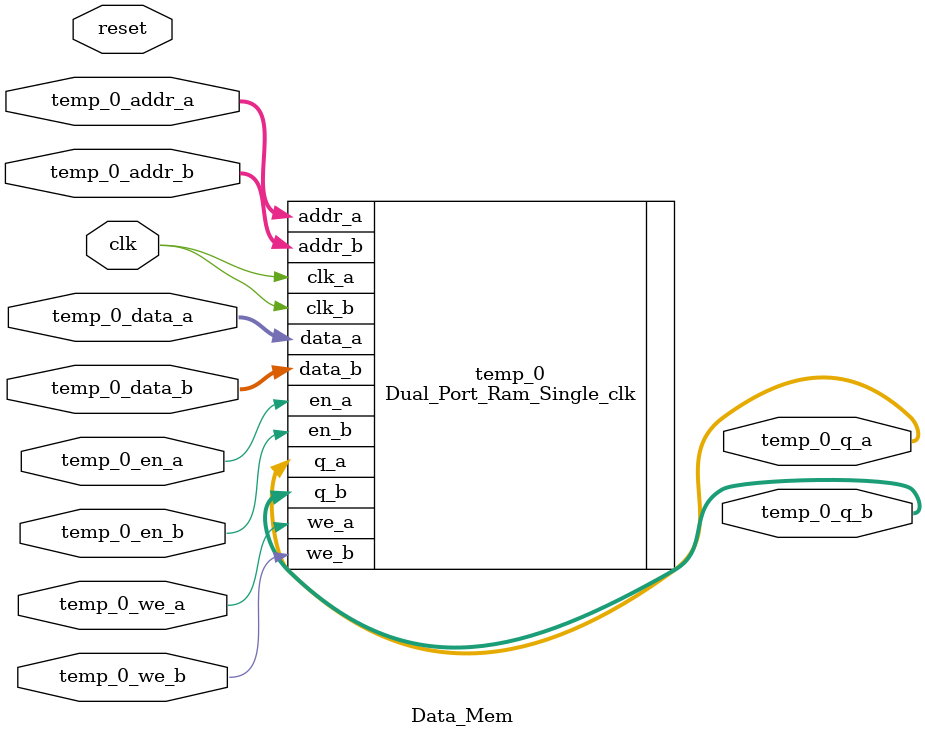
<source format=v>
module Data_Mem
#(  parameter DLEN = 23, L_DLEN = 64, TA_HLEN = 12, T_HLEN = 10, L_HLEN = 4)
(
    input clk,
    input reset,

    // /*---temp_A---*/
    // input   [DLEN-1:0]      temp_A_data_a,
    // input   [DLEN-1:0]      temp_A_data_b,
    // input   [TA_HLEN - 1:0] temp_A_addr_a,
    // input   [TA_HLEN - 1:0] temp_A_addr_b,
    // input                   temp_A_en_a,
    // input                   temp_A_en_b,
    // input                   temp_A_we_a,
    // input                   temp_A_we_b,
    // output  [DLEN-1:0]      temp_A_q_a,
    // output  [DLEN-1:0]      temp_A_q_b, 

    /*---temp_0---*/
    input   [DLEN-1:0]      temp_0_data_a,
    input   [DLEN-1:0]      temp_0_data_b,
    input   [T_HLEN - 1:0]  temp_0_addr_a,
    input   [T_HLEN - 1:0]  temp_0_addr_b,
    input                   temp_0_en_a,
    input                   temp_0_en_b,
    input                   temp_0_we_a,
    input                   temp_0_we_b,
    output  [DLEN-1:0]      temp_0_q_a,
    output  [DLEN-1:0]      temp_0_q_b

    // /*---temp_1---*/
    // input   [DLEN-1:0]      temp_1_data_a,
    // input   [DLEN-1:0]      temp_1_data_b,
    // input   [T_HLEN - 1:0]  temp_1_addr_a,
    // input   [T_HLEN - 1:0]  temp_1_addr_b,
    // input                   temp_1_en_a,
    // input                   temp_1_en_b,
    // input                   temp_1_we_a,
    // input                   temp_1_we_b,
    // output  [DLEN-1:0]      temp_1_q_a,
    // output  [DLEN-1:0]      temp_1_q_b,

    // /*---temp_2---*/
    // input   [DLEN-1:0]      temp_2_data_a,
    // input   [DLEN-1:0]      temp_2_data_b,
    // input   [T_HLEN - 1:0]  temp_2_addr_a,
    // input   [T_HLEN - 1:0]  temp_2_addr_b,
    // input                   temp_2_en_a,
    // input                   temp_2_en_b,
    // input                   temp_2_we_a,
    // input                   temp_2_we_b,
    // output  [DLEN-1:0]      temp_2_q_a,
    // output  [DLEN-1:0]      temp_2_q_b,

    // /*---temp_3---*/
    // input   [DLEN-1:0]      temp_3_data_a,
    // input   [DLEN-1:0]      temp_3_data_b,
    // input   [T_HLEN - 1:0]  temp_3_addr_a,
    // input   [T_HLEN - 1:0]  temp_3_addr_b,
    // input                   temp_3_en_a,
    // input                   temp_3_en_b,
    // input                   temp_3_we_a,
    // input                   temp_3_we_b,
    // output  [DLEN-1:0]      temp_3_q_a,
    // output  [DLEN-1:0]      temp_3_q_b,

    // /*---temp_4---*/
    // input   [DLEN-1:0]      temp_4_data_a,
    // input   [DLEN-1:0]      temp_4_data_b,
    // input   [T_HLEN - 1:0]  temp_4_addr_a,
    // input   [T_HLEN - 1:0]  temp_4_addr_b,
    // input                   temp_4_en_a,
    // input                   temp_4_en_b,
    // input                   temp_4_we_a,
    // input                   temp_4_we_b,
    // output  [DLEN-1:0]      temp_4_q_a,
    // output  [DLEN-1:0]      temp_4_q_b,

    // /*---temp_5---*/
    // input   [DLEN-1:0]      temp_5_data_a,
    // input   [DLEN-1:0]      temp_5_data_b,
    // input   [T_HLEN - 1:0]  temp_5_addr_a,
    // input   [T_HLEN - 1:0]  temp_5_addr_b,
    // input                   temp_5_en_a,
    // input                   temp_5_en_b,
    // input                   temp_5_we_a,
    // input                   temp_5_we_b,
    // output  [DLEN-1:0]      temp_5_q_a,
    // output  [DLEN-1:0]      temp_5_q_b,

    // /*---temp_6---*/
    // input   [DLEN-1:0]      temp_6_data_a,
    // input   [DLEN-1:0]      temp_6_data_b,
    // input   [T_HLEN - 1:0]  temp_6_addr_a,
    // input   [T_HLEN - 1:0]  temp_6_addr_b,
    // input                   temp_6_en_a,
    // input                   temp_6_en_b,
    // input                   temp_6_we_a,
    // input                   temp_6_we_b,
    // output  [DLEN-1:0]      temp_6_q_a,
    // output  [DLEN-1:0]      temp_6_q_b,

    // /*---temp_7---*/
    // input   [DLEN-1:0]      temp_7_data_a,
    // input   [DLEN-1:0]      temp_7_data_b,
    // input   [T_HLEN - 1:0]  temp_7_addr_a,
    // input   [T_HLEN - 1:0]  temp_7_addr_b,
    // input                   temp_7_en_a,
    // input                   temp_7_en_b,
    // input                   temp_7_we_a,
    // input                   temp_7_we_b,
    // output  [DLEN-1:0]      temp_7_q_a,
    // output  [DLEN-1:0]      temp_7_q_b,

    // /*---temp_8---*/
    // input   [DLEN-1:0]      temp_8_data_a,
    // input   [DLEN-1:0]      temp_8_data_b,
    // input   [T_HLEN - 1:0]  temp_8_addr_a,
    // input   [T_HLEN - 1:0]  temp_8_addr_b,
    // input                   temp_8_en_a,
    // input                   temp_8_en_b,
    // input                   temp_8_we_a,
    // input                   temp_8_we_b,
    // output  [DLEN-1:0]      temp_8_q_a,
    // output  [DLEN-1:0]      temp_8_q_b,

    // /*---temp_9---*/
    // input   [DLEN-1:0]      temp_9_data_a,
    // input   [DLEN-1:0]      temp_9_data_b,
    // input   [T_HLEN - 1:0]  temp_9_addr_a,
    // input   [T_HLEN - 1:0]  temp_9_addr_b,
    // input                   temp_9_en_a,
    // input                   temp_9_en_b,
    // input                   temp_9_we_a,
    // input                   temp_9_we_b,
    // output  [DLEN-1:0]      temp_9_q_a,
    // output  [DLEN-1:0]      temp_9_q_b, 

    // /*---temp_L---*/
    // input   [L_DLEN-1:0]    temp_L_data_a,
    // input   [L_DLEN-1:0]    temp_L_data_b,
    // input   [L_HLEN-1:0]    temp_L_addr_a,
    // input   [L_HLEN-1:0]    temp_L_addr_b,
    // input                   temp_L_en_a,
    // input                   temp_L_en_b,
    // input                   temp_L_we_a,
    // input                   temp_L_we_b,
    // output  [L_DLEN-1:0]    temp_L_q_a,
    // output  [L_DLEN-1:0]    temp_L_q_b,

    // /*---temp_seed---*/
    // input   [L_DLEN-1:0]    temp_seed_data_a,
    // input   [L_DLEN-1:0]    temp_seed_data_b,
    // input   [L_HLEN-1:0]    temp_seed_addr_a,
    // input   [L_HLEN-1:0]    temp_seed_addr_b,
    // input                   temp_seed_en_a,
    // input                   temp_seed_en_b,
    // input                   temp_seed_we_a,
    // input                   temp_seed_we_b,
    // output  [L_DLEN-1:0]    temp_seed_q_a,
    // output  [L_DLEN-1:0]    temp_seed_q_b
    );

    // /*---temp_A---*/
    // Dual_Port_Ram_Single_clk #(.DLEN(DLEN), .HLEN(TA_HLEN)) temp_A(
    //     .clka(clk),
    //     .clkb(clk),
    //     .dina(temp_A_data_a),
    //     .dinb(temp_A_data_b),
    //     .addra(temp_A_addr_a),
    //     .addrb(temp_A_addr_b),
    //     .ena(temp_A_en_a),
    //     .enb(temp_A_en_b),
    //     .wea(temp_A_we_a),
    //     .web(temp_A_we_b),
    //     .douta(temp_A_q_a),
    //     .doutb(temp_A_q_b)
    // );

    /*---temp_0---*/
    Dual_Port_Ram_Single_clk #(.DLEN(DLEN), .HLEN(T_HLEN)) temp_0(
        .clk_a(clk),
        .clk_b(clk),
        .data_a(temp_0_data_a),
        .data_b(temp_0_data_b),
        .addr_a(temp_0_addr_a),
        .addr_b(temp_0_addr_b),
        .en_a(temp_0_en_a),
        .en_b(temp_0_en_b),
        .we_a(temp_0_we_a),
        .we_b(temp_0_we_b),
        .q_a(temp_0_q_a),
        .q_b(temp_0_q_b)
    );
    // Ture_Dual_Port_RAM_23x1024 temp_0(
    //     .clka(clk),
    //     .clkb(clk),
    //     .dina(temp_0_data_a),
    //     .dinb(temp_0_data_b),
    //     .addra(temp_0_addr_a),
    //     .addrb(temp_0_addr_b),
    //     .ena(temp_0_en_a),
    //     .enb(temp_0_en_b),
    //     .wea(temp_0_we_a),
    //     .web(temp_0_we_b),
    //     .douta(temp_0_q_a),
    //     .doutb(temp_0_q_b)
    // );

    // clka : IN STD_LOGIC;
    // ena : IN STD_LOGIC;
    // wea : IN STD_LOGIC_VECTOR(0 DOWNTO 0);
    // addra : IN STD_LOGIC_VECTOR(9 DOWNTO 0);
    // dina : IN STD_LOGIC_VECTOR(22 DOWNTO 0);
    // douta : OUT STD_LOGIC_VECTOR(22 DOWNTO 0);
    // clkb : IN STD_LOGIC;
    // enb : IN STD_LOGIC;
    // web : IN STD_LOGIC_VECTOR(0 DOWNTO 0);
    // addrb : IN STD_LOGIC_VECTOR(9 DOWNTO 0);
    // dinb : IN STD_LOGIC_VECTOR(22 DOWNTO 0);
    // doutb : OUT STD_LOGIC_VECTOR(22 DOWNTO 0)
    // /*---temp_1---*/
    // Dual_Port_Ram_Single_clk #(.DLEN(DLEN), .HLEN(T_HLEN)) temp_1(
    //     .clka(clk),
    //     .clkb(clk),
    //     .dina(temp_1_data_a),
    //     .dinb(temp_1_data_b),
    //     .addra(temp_1_addr_a),
    //     .addrb(temp_1_addr_b),
    //     .ena(temp_1_en_a),
    //     .enb(temp_1_en_b),
    //     .wea(temp_1_we_a),
    //     .web(temp_1_we_b),
    //     .douta(temp_1_q_a),
    //     .doutb(temp_1_q_b)
    // );

    // /*---temp_2---*/
    // Dual_Port_Ram_Single_clk #(.DLEN(DLEN), .HLEN(T_HLEN)) temp_2(
    //     .clka(clk),
    //     .clkb(clk),
    //     .dina(temp_2_data_a),
    //     .dinb(temp_2_data_b),
    //     .addra(temp_2_addr_a),
    //     .addrb(temp_2_addr_b),
    //     .ena(temp_2_en_a),
    //     .enb(temp_2_en_b),
    //     .wea(temp_2_we_a),
    //     .web(temp_2_we_b),
    //     .douta(temp_2_q_a),
    //     .doutb(temp_2_q_b)
    // );

    // /*---temp_3---*/
    // Dual_Port_Ram_Single_clk #(.DLEN(DLEN), .HLEN(T_HLEN)) temp_3(
    //     .clka(clk),
    //     .clkb(clk),
    //     .dina(temp_3_data_a),
    //     .dinb(temp_3_data_b),
    //     .addra(temp_3_addr_a),
    //     .addrb(temp_3_addr_b),
    //     .ena(temp_3_en_a),
    //     .enb(temp_3_en_b),
    //     .wea(temp_3_we_a),
    //     .web(temp_3_we_b),
    //     .douta(temp_3_q_a),
    //     .doutb(temp_3_q_b)
    // );

    // /*---temp_4---*/
    // Dual_Port_Ram_Single_clk #(.DLEN(DLEN), .HLEN(T_HLEN)) temp_4(
    //     .clka(clk),
    //     .clkb(clk),
    //     .dina(temp_4_data_a),
    //     .dinb(temp_4_data_b),
    //     .addra(temp_4_addr_a),
    //     .addrb(temp_4_addr_b),
    //     .ena(temp_4_en_a),
    //     .enb(temp_4_en_b),
    //     .wea(temp_4_we_a),
    //     .web(temp_4_we_b),
    //     .douta(temp_4_q_a),
    //     .doutb(temp_4_q_b)
    // );

    // /*---temp_5---*/
    // Dual_Port_Ram_Single_clk #(.DLEN(DLEN), .HLEN(T_HLEN)) temp_5(
    //     .clka(clk),
    //     .clkb(clk),
    //     .dina(temp_5_data_a),
    //     .dinb(temp_5_data_b),
    //     .addra(temp_5_addr_a),
    //     .addrb(temp_5_addr_b),
    //     .ena(temp_5_en_a),
    //     .enb(temp_5_en_b),
    //     .wea(temp_5_we_a),
    //     .web(temp_5_we_b),
    //     .douta(temp_5_q_a),
    //     .doutb(temp_5_q_b)
    // );

    // /*---temp_6---*/
    // Dual_Port_Ram_Single_clk #(.DLEN(DLEN), .HLEN(T_HLEN)) temp_6(
    //     .clka(clk),
    //     .clkb(clk),
    //     .dina(temp_6_data_a),
    //     .dinb(temp_6_data_b),
    //     .addra(temp_6_addr_a),
    //     .addrb(temp_6_addr_b),
    //     .ena(temp_6_en_a),
    //     .enb(temp_6_en_b),
    //     .wea(temp_6_we_a),
    //     .web(temp_6_we_b),
    //     .douta(temp_6_q_a),
    //     .doutb(temp_6_q_b)
    // );

    // /*---temp_7---*/
    // Dual_Port_Ram_Single_clk #(.DLEN(DLEN), .HLEN(T_HLEN)) temp_7(
    //     .clka(clk),
    //     .clkb(clk),
    //     .dina(temp_7_data_a),
    //     .dinb(temp_7_data_b),
    //     .addra(temp_7_addr_a),
    //     .addrb(temp_7_addr_b),
    //     .ena(temp_7_en_a),
    //     .enb(temp_7_en_b),
    //     .wea(temp_7_we_a),
    //     .web(temp_7_we_b),
    //     .douta(temp_7_q_a),
    //     .doutb(temp_7_q_b)
    // );

    // /*---temp_8---*/
    // Dual_Port_Ram_Single_clk #(.DLEN(DLEN), .HLEN(T_HLEN)) temp_8(
    //     .clka(clk),
    //     .clkb(clk),
    //     .dina(temp_8_data_a),
    //     .dinb(temp_8_data_b),
    //     .addra(temp_8_addr_a),
    //     .addrb(temp_8_addr_b),
    //     .ena(temp_8_en_a),
    //     .enb(temp_8_en_b),
    //     .wea(temp_8_we_a),
    //     .web(temp_8_we_b),
    //     .douta(temp_8_q_a),
    //     .doutb(temp_8_q_b)
    // );

    // /*---temp_9---*/
    // Dual_Port_Ram_Single_clk #(.DLEN(DLEN), .HLEN(T_HLEN)) temp_9(
    //     .clka(clk),
    //     .clkb(clk),
    //     .dina(temp_9_data_a),
    //     .dinb(temp_9_data_b),
    //     .addra(temp_9_addr_a),
    //     .addrb(temp_9_addr_b),
    //     .ena(temp_9_en_a),
    //     .enb(temp_9_en_b),
    //     .wea(temp_9_we_a),
    //     .web(temp_9_we_b),
    //     .douta(temp_9_q_a),
    //     .doutb(temp_9_q_b)
    // );

    // /*---temp_L---*/
    // Dual_Port_Ram_Single_clk #(.DLEN(L_DLEN), .HLEN(L_HLEN)) temp_L(
    //     .clka(clk),
    //     .clkb(clk),
    //     .dina(temp_L_data_a),
    //     .dinb(temp_L_data_b),
    //     .addra(temp_L_addr_a),
    //     .addrb(temp_L_addr_b),
    //     .ena(temp_L_en_a),
    //     .enb(temp_L_en_b),
    //     .wea(temp_L_we_a),
    //     .web(temp_L_we_b),
    //     .douta(temp_L_q_a),
    //     .doutb(temp_L_q_b)
    // );

    // /*---temp_seed---*/
    // Dual_Port_Ram_Single_clk #(.DLEN(L_DLEN), .HLEN(L_HLEN)) temp_seed(
    //     .clka(clk),
    //     .clkb(clk),
    //     .dina(temp_seed_data_a),
    //     .dinb(temp_seed_data_b),
    //     .addra(temp_seed_addr_a),
    //     .addrb(temp_seed_addr_b),
    //     .ena(temp_seed_en_a),
    //     .enb(temp_seed_en_b),
    //     .wea(temp_seed_we_a),
    //     .web(temp_seed_we_b),
    //     .douta(temp_seed_q_a),
    //     .doutb(temp_seed_q_b)
    // );
endmodule

</source>
